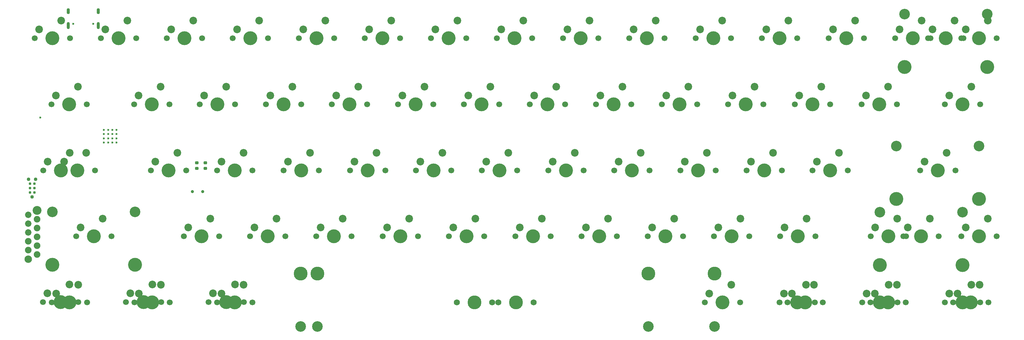
<source format=gbr>
%TF.GenerationSoftware,KiCad,Pcbnew,7.0.1-0*%
%TF.CreationDate,2023-07-30T23:25:48+05:30*%
%TF.ProjectId,Keyboard_60%,4b657962-6f61-4726-945f-3630252e6b69,rev?*%
%TF.SameCoordinates,Original*%
%TF.FileFunction,Soldermask,Top*%
%TF.FilePolarity,Negative*%
%FSLAX46Y46*%
G04 Gerber Fmt 4.6, Leading zero omitted, Abs format (unit mm)*
G04 Created by KiCad (PCBNEW 7.0.1-0) date 2023-07-30 23:25:48*
%MOMM*%
%LPD*%
G01*
G04 APERTURE LIST*
G04 Aperture macros list*
%AMRoundRect*
0 Rectangle with rounded corners*
0 $1 Rounding radius*
0 $2 $3 $4 $5 $6 $7 $8 $9 X,Y pos of 4 corners*
0 Add a 4 corners polygon primitive as box body*
4,1,4,$2,$3,$4,$5,$6,$7,$8,$9,$2,$3,0*
0 Add four circle primitives for the rounded corners*
1,1,$1+$1,$2,$3*
1,1,$1+$1,$4,$5*
1,1,$1+$1,$6,$7*
1,1,$1+$1,$8,$9*
0 Add four rect primitives between the rounded corners*
20,1,$1+$1,$2,$3,$4,$5,0*
20,1,$1+$1,$4,$5,$6,$7,0*
20,1,$1+$1,$6,$7,$8,$9,0*
20,1,$1+$1,$8,$9,$2,$3,0*%
G04 Aperture macros list end*
%ADD10C,1.700000*%
%ADD11C,4.000000*%
%ADD12C,2.200000*%
%ADD13C,2.150000*%
%ADD14C,2.550000*%
%ADD15C,1.900000*%
%ADD16C,1.850000*%
%ADD17C,3.050000*%
%ADD18C,3.987800*%
%ADD19C,3.048000*%
%ADD20C,1.750000*%
%ADD21C,1.016000*%
%ADD22C,0.787400*%
%ADD23RoundRect,0.218750X-0.256250X0.218750X-0.256250X-0.218750X0.256250X-0.218750X0.256250X0.218750X0*%
%ADD24C,0.600000*%
%ADD25C,0.900000*%
%ADD26O,0.900000X1.700000*%
%ADD27O,0.900000X2.000000*%
G04 APERTURE END LIST*
D10*
%TO.C,MX17*%
X57445000Y-82880000D03*
D11*
X62525000Y-82880000D03*
D10*
X67605000Y-82880000D03*
D12*
X58715000Y-80340000D03*
X65065000Y-77800000D03*
%TD*%
D10*
%TO.C,MX68*%
X81325000Y-139900000D03*
D11*
X86405000Y-139900000D03*
D10*
X91485000Y-139900000D03*
D12*
X82595000Y-137360000D03*
X88945000Y-134820000D03*
%TD*%
D10*
%TO.C,MX3*%
X90645000Y-63780000D03*
D11*
X95725000Y-63780000D03*
D10*
X100805000Y-63780000D03*
D12*
X91915000Y-61240000D03*
X98265000Y-58700000D03*
%TD*%
D10*
%TO.C,MX34*%
X105145000Y-101880000D03*
D11*
X110225000Y-101880000D03*
D10*
X115305000Y-101880000D03*
D12*
X106415000Y-99340000D03*
X112765000Y-96800000D03*
%TD*%
D10*
%TO.C,MX61*%
X102685000Y-139880000D03*
D11*
X107765000Y-139880000D03*
D10*
X112845000Y-139880000D03*
D12*
X103955000Y-137340000D03*
X110305000Y-134800000D03*
%TD*%
D10*
%TO.C,MX59*%
X55015000Y-139880000D03*
D11*
X60095000Y-139880000D03*
D10*
X65175000Y-139880000D03*
D12*
X56285000Y-137340000D03*
X62635000Y-134800000D03*
%TD*%
D10*
%TO.C,MX56*%
X293250000Y-120900000D03*
D11*
X298330000Y-120900000D03*
D10*
X303410000Y-120900000D03*
D12*
X294520000Y-118360000D03*
X300870000Y-115820000D03*
%TD*%
D10*
%TO.C,MX18*%
X81245000Y-82880000D03*
D11*
X86325000Y-82880000D03*
D10*
X91405000Y-82880000D03*
D12*
X82515000Y-80340000D03*
X88865000Y-77800000D03*
%TD*%
D10*
%TO.C,MX5*%
X128645000Y-63780000D03*
D11*
X133725000Y-63780000D03*
D10*
X138805000Y-63780000D03*
D12*
X129915000Y-61240000D03*
X136265000Y-58700000D03*
%TD*%
D10*
%TO.C,MX26*%
X233145000Y-82880000D03*
D11*
X238225000Y-82880000D03*
D10*
X243305000Y-82880000D03*
D12*
X234415000Y-80340000D03*
X240765000Y-77800000D03*
%TD*%
D10*
%TO.C,MX19*%
X100145000Y-82880000D03*
D11*
X105225000Y-82880000D03*
D10*
X110305000Y-82880000D03*
D12*
X101415000Y-80340000D03*
X107765000Y-77800000D03*
%TD*%
D13*
%TO.C,J3*%
X50725000Y-127490000D03*
D14*
X53265000Y-113400000D03*
D15*
X50725000Y-124890000D03*
X50725000Y-122350000D03*
D16*
X50725000Y-119810000D03*
X50725000Y-117270000D03*
X50725000Y-114730000D03*
D15*
X53265000Y-126160000D03*
X53265000Y-123620000D03*
X53265000Y-121080000D03*
X53265000Y-118540000D03*
X53265000Y-116000000D03*
%TD*%
D10*
%TO.C,MX40*%
X219430000Y-101880000D03*
D11*
X224510000Y-101880000D03*
D10*
X229590000Y-101880000D03*
D12*
X220700000Y-99340000D03*
X227050000Y-96800000D03*
%TD*%
D10*
%TO.C,MX41*%
X238430000Y-101880000D03*
D11*
X243510000Y-101880000D03*
D10*
X248590000Y-101880000D03*
D12*
X239700000Y-99340000D03*
X246050000Y-96800000D03*
%TD*%
D10*
%TO.C,MX57*%
X319330000Y-120900000D03*
D11*
X324410000Y-120900000D03*
D10*
X329490000Y-120900000D03*
D12*
X320600000Y-118360000D03*
X326950000Y-115820000D03*
%TD*%
D17*
%TO.C,MX45*%
X57735000Y-113880000D03*
D11*
X57735000Y-129120000D03*
D10*
X64555000Y-120880000D03*
D11*
X69635000Y-120880000D03*
D10*
X74715000Y-120880000D03*
D17*
X81535000Y-113880000D03*
D11*
X81535000Y-129120000D03*
D12*
X65825000Y-118340000D03*
X72175000Y-115800000D03*
%TD*%
D10*
%TO.C,MX33*%
X86045000Y-101880000D03*
D11*
X91125000Y-101880000D03*
D10*
X96205000Y-101880000D03*
D12*
X87315000Y-99340000D03*
X93665000Y-96800000D03*
%TD*%
D10*
%TO.C,MX69*%
X105105000Y-139905000D03*
D11*
X110185000Y-139905000D03*
D10*
X115265000Y-139905000D03*
D12*
X106375000Y-137365000D03*
X112725000Y-134825000D03*
%TD*%
D10*
%TO.C,MX20*%
X119145000Y-82880000D03*
D11*
X124225000Y-82880000D03*
D10*
X129305000Y-82880000D03*
D12*
X120415000Y-80340000D03*
X126765000Y-77800000D03*
%TD*%
D10*
%TO.C,MX24*%
X195145000Y-82880000D03*
D11*
X200225000Y-82880000D03*
D10*
X205305000Y-82880000D03*
D12*
X196415000Y-80340000D03*
X202765000Y-77800000D03*
%TD*%
D10*
%TO.C,MX8*%
X185645000Y-63780000D03*
D11*
X190725000Y-63780000D03*
D10*
X195805000Y-63780000D03*
D12*
X186915000Y-61240000D03*
X193265000Y-58700000D03*
%TD*%
D10*
%TO.C,MX48*%
X133665000Y-120880000D03*
D11*
X138745000Y-120880000D03*
D10*
X143825000Y-120880000D03*
D12*
X134935000Y-118340000D03*
X141285000Y-115800000D03*
%TD*%
D10*
%TO.C,MX51*%
X190945000Y-120880000D03*
D11*
X196025000Y-120880000D03*
D10*
X201105000Y-120880000D03*
D12*
X192215000Y-118340000D03*
X198565000Y-115800000D03*
%TD*%
D10*
%TO.C,MX7*%
X166645000Y-63780000D03*
D11*
X171725000Y-63780000D03*
D10*
X176805000Y-63780000D03*
D12*
X167915000Y-61240000D03*
X174265000Y-58700000D03*
%TD*%
D10*
%TO.C,MX2*%
X71645000Y-63780000D03*
D11*
X76725000Y-63780000D03*
D10*
X81805000Y-63780000D03*
D12*
X72915000Y-61240000D03*
X79265000Y-58700000D03*
%TD*%
D18*
%TO.C,MX62*%
X129200000Y-131645000D03*
D19*
X129200000Y-146885000D03*
D20*
X174119900Y-139900000D03*
D18*
X179199900Y-139900000D03*
D20*
X184279900Y-139900000D03*
D18*
X229199800Y-131645000D03*
D19*
X229199800Y-146885000D03*
%TD*%
D10*
%TO.C,MX47*%
X114615000Y-120880000D03*
D11*
X119695000Y-120880000D03*
D10*
X124775000Y-120880000D03*
D12*
X115885000Y-118340000D03*
X122235000Y-115800000D03*
%TD*%
D17*
%TO.C,MX16*%
X302960000Y-56840000D03*
D11*
X302960000Y-72080000D03*
D10*
X309780000Y-63840000D03*
D11*
X314860000Y-63840000D03*
D10*
X319940000Y-63840000D03*
D17*
X326760000Y-56840000D03*
D11*
X326760000Y-72080000D03*
D12*
X311050000Y-61300000D03*
X317400000Y-58760000D03*
%TD*%
D21*
%TO.C,J5*%
X51865000Y-109540000D03*
X50849000Y-104460000D03*
X52881000Y-104460000D03*
D22*
X52500000Y-108270000D03*
X51230000Y-108270000D03*
X52500000Y-107000000D03*
X51230000Y-107000000D03*
X52500000Y-105730000D03*
X51230000Y-105730000D03*
%TD*%
D10*
%TO.C,MX55*%
X267145000Y-120880000D03*
D11*
X272225000Y-120880000D03*
D10*
X277305000Y-120880000D03*
D12*
X268415000Y-118340000D03*
X274765000Y-115800000D03*
%TD*%
D10*
%TO.C,MX31*%
X59845000Y-101880000D03*
D11*
X64925000Y-101880000D03*
D10*
X70005000Y-101880000D03*
D12*
X61115000Y-99340000D03*
X67465000Y-96800000D03*
%TD*%
D10*
%TO.C,MX32*%
X55045000Y-101880000D03*
D11*
X60125000Y-101880000D03*
D10*
X65205000Y-101880000D03*
D12*
X56315000Y-99340000D03*
X62665000Y-96800000D03*
%TD*%
D10*
%TO.C,MX13*%
X281145000Y-63780000D03*
D11*
X286225000Y-63780000D03*
D10*
X291305000Y-63780000D03*
D12*
X282415000Y-61240000D03*
X288765000Y-58700000D03*
%TD*%
D10*
%TO.C,MX27*%
X252145000Y-82880000D03*
D11*
X257225000Y-82880000D03*
D10*
X262305000Y-82880000D03*
D12*
X253415000Y-80340000D03*
X259765000Y-77800000D03*
%TD*%
D10*
%TO.C,MX30*%
X314575000Y-82880000D03*
D11*
X319655000Y-82880000D03*
D10*
X324735000Y-82880000D03*
D12*
X315845000Y-80340000D03*
X322195000Y-77800000D03*
%TD*%
D10*
%TO.C,MX35*%
X124245000Y-101880000D03*
D11*
X129325000Y-101880000D03*
D10*
X134405000Y-101880000D03*
D12*
X125515000Y-99340000D03*
X131865000Y-96800000D03*
%TD*%
D23*
%TO.C,D1*%
X99265000Y-99712500D03*
X99265000Y-101287500D03*
%TD*%
D10*
%TO.C,MX64*%
X269290000Y-139950000D03*
D11*
X274370000Y-139950000D03*
D10*
X279450000Y-139950000D03*
D12*
X270560000Y-137410000D03*
X276910000Y-134870000D03*
%TD*%
D17*
%TO.C,MX58*%
X295850000Y-113900000D03*
D11*
X295850000Y-129140000D03*
D10*
X302670000Y-120900000D03*
D11*
X307750000Y-120900000D03*
D10*
X312830000Y-120900000D03*
D17*
X319650000Y-113900000D03*
D11*
X319650000Y-129140000D03*
D12*
X303940000Y-118360000D03*
X310290000Y-115820000D03*
%TD*%
D10*
%TO.C,MX72*%
X290805000Y-139905000D03*
D11*
X295885000Y-139905000D03*
D10*
X300965000Y-139905000D03*
D12*
X292075000Y-137365000D03*
X298425000Y-134825000D03*
%TD*%
D10*
%TO.C,MX67*%
X57545000Y-139905000D03*
D11*
X62625000Y-139905000D03*
D10*
X67705000Y-139905000D03*
D12*
X58815000Y-137365000D03*
X65165000Y-134825000D03*
%TD*%
D10*
%TO.C,MX42*%
X257480000Y-101880000D03*
D11*
X262560000Y-101880000D03*
D10*
X267640000Y-101880000D03*
D12*
X258750000Y-99340000D03*
X265100000Y-96800000D03*
%TD*%
D10*
%TO.C,MX28*%
X271380000Y-82880000D03*
D11*
X276460000Y-82880000D03*
D10*
X281540000Y-82880000D03*
D12*
X272650000Y-80340000D03*
X279000000Y-77800000D03*
%TD*%
D10*
%TO.C,MX66*%
X316970000Y-139950000D03*
D11*
X322050000Y-139950000D03*
D10*
X327130000Y-139950000D03*
D12*
X318240000Y-137410000D03*
X324590000Y-134870000D03*
%TD*%
D10*
%TO.C,MX49*%
X152775000Y-120880000D03*
D11*
X157855000Y-120880000D03*
D10*
X162935000Y-120880000D03*
D12*
X154045000Y-118340000D03*
X160395000Y-115800000D03*
%TD*%
D10*
%TO.C,MX10*%
X223745000Y-63780000D03*
D11*
X228825000Y-63780000D03*
D10*
X233905000Y-63780000D03*
D12*
X225015000Y-61240000D03*
X231365000Y-58700000D03*
%TD*%
D10*
%TO.C,MX15*%
X319345000Y-63780000D03*
D11*
X324425000Y-63780000D03*
D10*
X329505000Y-63780000D03*
D12*
X320615000Y-61240000D03*
X326965000Y-58700000D03*
%TD*%
D10*
%TO.C,MX21*%
X138145000Y-82880000D03*
D11*
X143225000Y-82880000D03*
D10*
X148305000Y-82880000D03*
D12*
X139415000Y-80340000D03*
X145765000Y-77800000D03*
%TD*%
D10*
%TO.C,MX43*%
X276480000Y-101880000D03*
D11*
X281560000Y-101880000D03*
D10*
X286640000Y-101880000D03*
D12*
X277750000Y-99340000D03*
X284100000Y-96800000D03*
%TD*%
D10*
%TO.C,MX39*%
X200430000Y-101880000D03*
D11*
X205510000Y-101880000D03*
D10*
X210590000Y-101880000D03*
D12*
X201700000Y-99340000D03*
X208050000Y-96800000D03*
%TD*%
D10*
%TO.C,MX29*%
X290645000Y-82880000D03*
D11*
X295725000Y-82880000D03*
D10*
X300805000Y-82880000D03*
D12*
X291915000Y-80340000D03*
X298265000Y-77800000D03*
%TD*%
D10*
%TO.C,MX73*%
X314605000Y-139890000D03*
D11*
X319685000Y-139890000D03*
D10*
X324765000Y-139890000D03*
D12*
X315875000Y-137350000D03*
X322225000Y-134810000D03*
%TD*%
D10*
%TO.C,MX60*%
X78845000Y-139880000D03*
D11*
X83925000Y-139880000D03*
D10*
X89005000Y-139880000D03*
D12*
X80115000Y-137340000D03*
X86465000Y-134800000D03*
%TD*%
D10*
%TO.C,MX23*%
X176145000Y-82880000D03*
D11*
X181225000Y-82880000D03*
D10*
X186305000Y-82880000D03*
D12*
X177415000Y-80340000D03*
X183765000Y-77800000D03*
%TD*%
D10*
%TO.C,MX46*%
X95515000Y-120880000D03*
D11*
X100595000Y-120880000D03*
D10*
X105675000Y-120880000D03*
D12*
X96785000Y-118340000D03*
X103135000Y-115800000D03*
%TD*%
D18*
%TO.C,MX70*%
X134005000Y-131665000D03*
D19*
X134005000Y-146905000D03*
D20*
X186075000Y-139920000D03*
D18*
X191155000Y-139920000D03*
D20*
X196235000Y-139920000D03*
D18*
X248305000Y-131665000D03*
D19*
X248305000Y-146905000D03*
%TD*%
D10*
%TO.C,MX11*%
X242845000Y-63780000D03*
D11*
X247925000Y-63780000D03*
D10*
X253005000Y-63780000D03*
D12*
X244115000Y-61240000D03*
X250465000Y-58700000D03*
%TD*%
D10*
%TO.C,MX9*%
X204645000Y-63780000D03*
D11*
X209725000Y-63780000D03*
D10*
X214805000Y-63780000D03*
D12*
X205915000Y-61240000D03*
X212265000Y-58700000D03*
%TD*%
D10*
%TO.C,MX12*%
X261945000Y-63780000D03*
D11*
X267025000Y-63780000D03*
D10*
X272105000Y-63780000D03*
D12*
X263215000Y-61240000D03*
X269565000Y-58700000D03*
%TD*%
D10*
%TO.C,MX50*%
X171855000Y-120880000D03*
D11*
X176935000Y-120880000D03*
D10*
X182015000Y-120880000D03*
D12*
X173125000Y-118340000D03*
X179475000Y-115800000D03*
%TD*%
D10*
%TO.C,MX6*%
X147645000Y-63780000D03*
D11*
X152725000Y-63780000D03*
D10*
X157805000Y-63780000D03*
D12*
X148915000Y-61240000D03*
X155265000Y-58700000D03*
%TD*%
D23*
%TO.C,D2*%
X101765000Y-99712500D03*
X101765000Y-101287500D03*
%TD*%
D10*
%TO.C,MX1*%
X52645000Y-63780000D03*
D11*
X57725000Y-63780000D03*
D10*
X62805000Y-63780000D03*
D12*
X53915000Y-61240000D03*
X60265000Y-58700000D03*
%TD*%
D10*
%TO.C,MX54*%
X248115000Y-120880000D03*
D11*
X253195000Y-120880000D03*
D10*
X258275000Y-120880000D03*
D12*
X249385000Y-118340000D03*
X255735000Y-115800000D03*
%TD*%
D10*
%TO.C,MX4*%
X109645000Y-63780000D03*
D11*
X114725000Y-63780000D03*
D10*
X119805000Y-63780000D03*
D12*
X110915000Y-61240000D03*
X117265000Y-58700000D03*
%TD*%
D10*
%TO.C,MX22*%
X157145000Y-82880000D03*
D11*
X162225000Y-82880000D03*
D10*
X167305000Y-82880000D03*
D12*
X158415000Y-80340000D03*
X164765000Y-77800000D03*
%TD*%
D10*
%TO.C,MX14*%
X300245000Y-63780000D03*
D11*
X305325000Y-63780000D03*
D10*
X310405000Y-63780000D03*
D12*
X301515000Y-61240000D03*
X307865000Y-58700000D03*
%TD*%
D10*
%TO.C,MX65*%
X293140000Y-139950000D03*
D11*
X298220000Y-139950000D03*
D10*
X303300000Y-139950000D03*
D12*
X294410000Y-137410000D03*
X300760000Y-134870000D03*
%TD*%
D10*
%TO.C,MX53*%
X229075000Y-120880000D03*
D11*
X234155000Y-120880000D03*
D10*
X239235000Y-120880000D03*
D12*
X230345000Y-118340000D03*
X236695000Y-115800000D03*
%TD*%
D10*
%TO.C,MX38*%
X181330000Y-101880000D03*
D11*
X186410000Y-101880000D03*
D10*
X191490000Y-101880000D03*
D12*
X182600000Y-99340000D03*
X188950000Y-96800000D03*
%TD*%
D10*
%TO.C,MX37*%
X162330000Y-101880000D03*
D11*
X167410000Y-101880000D03*
D10*
X172490000Y-101880000D03*
D12*
X163600000Y-99340000D03*
X169950000Y-96800000D03*
%TD*%
D10*
%TO.C,MX52*%
X210005000Y-120880000D03*
D11*
X215085000Y-120880000D03*
D10*
X220165000Y-120880000D03*
D12*
X211275000Y-118340000D03*
X217625000Y-115800000D03*
%TD*%
D10*
%TO.C,MX63*%
X245490000Y-139900000D03*
D11*
X250570000Y-139900000D03*
D10*
X255650000Y-139900000D03*
D12*
X246760000Y-137360000D03*
X253110000Y-134820000D03*
%TD*%
D17*
%TO.C,MX44*%
X300625000Y-94880000D03*
D11*
X300625000Y-110120000D03*
D10*
X307445000Y-101880000D03*
D11*
X312525000Y-101880000D03*
D10*
X317605000Y-101880000D03*
D17*
X324425000Y-94880000D03*
D11*
X324425000Y-110120000D03*
D12*
X308715000Y-99340000D03*
X315065000Y-96800000D03*
%TD*%
D10*
%TO.C,MX71*%
X267005000Y-139945000D03*
D11*
X272085000Y-139945000D03*
D10*
X277165000Y-139945000D03*
D12*
X268275000Y-137405000D03*
X274625000Y-134865000D03*
%TD*%
D10*
%TO.C,MX25*%
X214145000Y-82880000D03*
D11*
X219225000Y-82880000D03*
D10*
X224305000Y-82880000D03*
D12*
X215415000Y-80340000D03*
X221765000Y-77800000D03*
%TD*%
D10*
%TO.C,MX36*%
X143345000Y-101880000D03*
D11*
X148425000Y-101880000D03*
D10*
X153505000Y-101880000D03*
D12*
X144615000Y-99340000D03*
X150965000Y-96800000D03*
%TD*%
D24*
%TO.C,U3*%
X76150000Y-90250000D03*
X74950000Y-90250000D03*
X73750000Y-90250000D03*
X72550000Y-90250000D03*
X76150000Y-91450000D03*
X74950000Y-91450000D03*
X73750000Y-91450000D03*
X72550000Y-91450000D03*
X76150000Y-92650000D03*
X74950000Y-92650000D03*
X73750000Y-92650000D03*
X72550000Y-92650000D03*
X76150000Y-93850000D03*
X74950000Y-93850000D03*
X73750000Y-93850000D03*
X72550000Y-93850000D03*
%TD*%
D25*
%TO.C,SW1*%
X100965000Y-108000000D03*
X97965000Y-108000000D03*
%TD*%
D24*
%TO.C,J4*%
X63675000Y-59680000D03*
X69455000Y-59680000D03*
D26*
X62240000Y-56000000D03*
D27*
X62240000Y-60170000D03*
D26*
X70890000Y-56000000D03*
D27*
X70890000Y-60170000D03*
%TD*%
D24*
%TO.C,AE1*%
X54210000Y-86650000D03*
%TD*%
M02*

</source>
